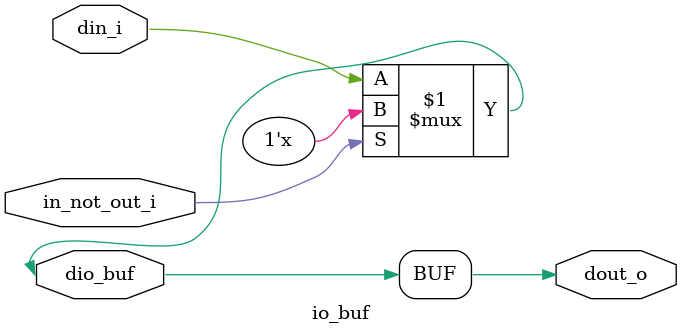
<source format=v>
/*
 *  SPDX-FileCopyrightText: 2015 Clifford Wolf
 *  PicoSoC - A simple example SoC using PicoRV32
 *
 *  Copyright (C) 2017  Clifford Wolf <clifford@clifford.at>
 *
 *  Permission to use, copy, modify, and/or distribute this software for any
 *  purpose with or without fee is hereby granted, provided that the above
 *  copyright notice and this permission notice appear in all copies.
 *
 *  THE SOFTWARE IS PROVIDED "AS IS" AND THE AUTHOR DISCLAIMS ALL WARRANTIES
 *  WITH REGARD TO THIS SOFTWARE INCLUDING ALL IMPLIED WARRANTIES OF
 *  MERCHANTABILITY AND FITNESS. IN NO EVENT SHALL THE AUTHOR BE LIABLE FOR
 *  ANY SPECIAL, DIRECT, INDIRECT, OR CONSEQUENTIAL DAMAGES OR ANY DAMAGES
 *  WHATSOEVER RESULTING FROM LOSS OF USE, DATA OR PROFITS, WHETHER IN AN
 *  ACTION OF CONTRACT, NEGLIGENCE OR OTHER TORTIOUS ACTION, ARISING OUT OF
 *  OR IN CONNECTION WITH THE USE OR PERFORMANCE OF THIS SOFTWARE.
 *
 *  Revision 1,  July 2019:  Added signals to drive flash_clk and flash_csb
 *  output enable (inverted), tied to reset so that the flash is completely
 *  isolated from the processor when the processor is in reset.
 *
 *  Also: Made ram_wenb a 4-bit bus so that the memory access can be made
 *  byte-wide for byte-wide instructions.
 *
 *  SPDX-License-Identifier: ISC
 */


`default_nettype none

/* Wrapper module around management SoC core for pin compatibility	*/
/* with the Caravel harness chip. */	

module mgmt_soc_hk (
`ifdef USE_POWER_PINS
    inout VPWR,	    /* 1.8V domain */
    inout VGND,
`endif
    // Clock and reset
    input wire clk,
    input wire RST,

    // GPIO (one pin)
    inout wire gpio_inout_pad,	// Connect to gpio pad


    // Flash memory control (SPI master)
    output wire flash_csb,
    output wire flash_clk,

    inout wire flash_io0_dio,
    inout wire flash_io1_dio,
    inout wire flash_io2_dio,
    inout wire flash_io3_dio
  
);

    wire gpio_out_pad;	// Connect to out on gpio pad
    wire  gpio_in_pad;		// Connect to in on gpio pad
    wire gpio_mode0_pad;	// Connect to dm[0] on gpio pad
    wire gpio_mode1_pad;	// Connect to dm[2] on gpio pad
    wire gpio_outenb_pad;	// Connect to oe_n on gpio pad
    wire gpio_inenb_pad;	// Connect to inp_dis on gpio pad

    wire flash_io0_do;
    wire flash_io1_do;
    wire flash_io2_do;
    wire flash_io3_do;

    wire flash_io0_di;
    wire flash_io1_di;
    wire flash_io2_di;
    wire flash_io3_di;

    wire flash_io0_oeb;
    wire flash_io1_oeb;
    wire flash_io2_oeb;
    wire flash_io3_oeb;

    // Exported Wishbone Bus (processor facing)
    wire mprj_iena_wb;
    wire mprj_cyc_o_core;
    wire mprj_stb_o_core;
    wire mprj_we_o_core;
    wire [3:0] mprj_sel_o_core;
    wire [31:0] mprj_adr_o_core;
    wire [31:0] mprj_dat_o_core;
    wire mprj_ack_i_core;
    wire [31:0] mprj_dat_i_core;

    // Flash SPI communication (management SoC to housekeeping)
    wire flash_clk_core,     flash_csb_core;
    wire flash_clk_oeb_core, flash_csb_oeb_core;
    wire flash_clk_ieb_core, flash_csb_ieb_core;
    wire flash_io0_oeb_core, flash_io1_oeb_core;
    wire flash_io2_oeb_core, flash_io3_oeb_core;
    wire flash_io0_ieb_core, flash_io1_ieb_core;
    wire flash_io2_ieb_core, flash_io3_ieb_core;
    wire flash_io0_do_core,  flash_io1_do_core;
    wire flash_io2_do_core,  flash_io3_do_core;
    wire flash_io0_di_core,  flash_io1_di_core;
    wire flash_io2_di_core,  flash_io3_di_core;

    // Module status
    wire qspi_enabled;
    wire uart_enabled;
    wire spi_enabled;
    wire debug_mode;

    // Module I/O
    wire ser_tx;
    wire ser_rx;
    wire spi_csb;
    wire spi_sck;
    wire spi_sdo;
    wire spi_sdoenb;
    wire spi_sdi;
    

    // Trap state from CPU
    wire trap;

    wire debug_in;
    wire debug_out;
    wire debug_oeb;

    wire [31:0] hk_dat_i;
    wire hk_ack_i;
    wire hk_stb_o;
    wire hk_cyc_o;

    // SRAM read-only access from houskeeping
    wire 	hkspi_sram_clk;
    wire 	hkspi_sram_csb;
    wire [7:0]	hkspi_sram_addr;
    wire [31:0]	hkspi_sram_data;

    wire rstn;
    reset_sync rst_sync (.clk(clk), .rst_n(~RST), .rst_sync_n(rstn));
    io_buf #(
        .WIDTH(1)
    ) gpio_bidir (
        .dio_buf(gpio_inout_pad),
        .din_i(gpio_out_pad),
        .dout_o(gpio_in_pad),
        .in_not_out_i(gpio_inenb_pad)
    );

    io_buf #(
        .WIDTH(1)
    ) flash_bidir_0 (
        .dio_buf(flash_io0_dio),
        .din_i(flash_io0_do),
        .dout_o(flash_io0_di),
        .in_not_out_i(flash_io0_oeb)
    );

    io_buf #(
        .WIDTH(1)
    ) flash_bidir_1 (
        .dio_buf(flash_io1_dio),
        .din_i(flash_io1_do),
        .dout_o(flash_io1_di),
        .in_not_out_i(flash_io1_oeb)
    );

    io_buf #(
        .WIDTH(1)
    ) flash_bidir_2 (
        .dio_buf(flash_io2_dio),
        .din_i(flash_io2_do),
        .dout_o(flash_io2_di),
        .in_not_out_i(flash_io2_oeb)
    );

    io_buf #(
        .WIDTH(1)
    ) flash_bidir_3 (
        .dio_buf(flash_io3_dio),
        .din_i(flash_io3_do),
        .dout_o(flash_io3_di),
        .in_not_out_i(flash_io3_oeb)
    );

mgmt_core_wrapper soc (
	`ifdef USE_POWER_PINS
		.VPWR		  (VDD1V8),
		.VGND		  (VSS),
	`endif
		.core_clk(clk),
    	.core_rstn(rstn),

    	.gpio_out_pad(gpio_out_pad),		
    	.gpio_in_pad(gpio_in_pad),		
    	.gpio_mode0_pad(gpio_mode0_pad),	
    	.gpio_mode1_pad(gpio_mode1_pad),	
    	.gpio_outenb_pad(gpio_outenb_pad),	
    	.gpio_inenb_pad(gpio_inenb_pad),

		.la_input(),			
        .la_output(),			
        .la_oenb(),			
        .la_iena(),

		// Primary SPI flash controller
        .flash_csb(flash_csb_core),
        .flash_clk(flash_clk_core),
        .flash_io0_oeb(flash_io0_oeb_core),
        .flash_io0_di(flash_io0_di_core),
        .flash_io0_do(flash_io0_do_core),
        .flash_io1_oeb(flash_io1_oeb_core),
        .flash_io1_di(flash_io1_di_core),
        .flash_io1_do(flash_io1_do_core),
        .flash_io2_oeb(flash_io2_oeb_core),
        .flash_io2_di(flash_io2_di_core),
        .flash_io2_do(flash_io2_do_core),
        .flash_io3_oeb(flash_io3_oeb_core),
        .flash_io3_di(flash_io3_di_core),
        .flash_io3_do(flash_io3_do_core),

        // Exported Wishbone Bus
        .mprj_wb_iena(mprj_iena_wb),
        .mprj_cyc_o(mprj_cyc_o_core),
        .mprj_stb_o(mprj_stb_o_core),
        .mprj_we_o(mprj_we_o_core),
        .mprj_sel_o(mprj_sel_o_core),
        .mprj_adr_o(mprj_adr_o_core),
        .mprj_dat_o(mprj_dat_o_core),
        .mprj_ack_i(mprj_ack_i_core),
        .mprj_dat_i(mprj_dat_i_core),

        .hk_stb_o(hk_stb_o),
        .hk_cyc_o(hk_cyc_o),
        .hk_dat_i(hk_dat_i),
        .hk_ack_i(hk_ack_i),

        .irq(6'b0),
        .user_irq_ena(),

        .qspi_enabled(qspi_enabled),
        .uart_enabled(uart_enabled),
        .spi_enabled(spi_enabled),
        .debug_mode(debug_mode),

		.ser_tx(ser_tx),
    	.ser_rx(ser_rx),
    	.spi_csb(spi_csb),
    	.spi_sck(spi_sck),
    	.spi_sdo(spi_sdo),
    	.spi_sdoenb(spi_sdoenb),
    	.spi_sdi(spi_sdi),
        .debug_in(debug_in),
    	.debug_out(debug_out),
    	.debug_oeb(debug_oeb),

        // SRAM Read-only access from housekeeping
        .sram_ro_clk(hkspi_sram_clk),
        .sram_ro_csb(hkspi_sram_csb),
        .sram_ro_addr(hkspi_sram_addr),
        .sram_ro_data(hkspi_sram_data),

        .trap(trap)        
	);

    housekeeping housekeeping (
    `ifdef USE_POWER_PINS
		.VPWR(vccd_core),
		.VGND(vssd_core),
    `endif

        .wb_clk_i(clk),
        .wb_rstn_i(rstn),

        .wb_adr_i(mprj_adr_o_core),
        .wb_dat_i(mprj_dat_o_core),
        .wb_sel_i(mprj_sel_o_core),
        .wb_we_i(mprj_we_o_core),
        .wb_cyc_i(hk_cyc_o),
        .wb_stb_i(hk_stb_o),
        .wb_ack_o(hk_ack_i),
        .wb_dat_o(hk_dat_i),

        .porb(rstn),

        .pll_ena(),
        .pll_dco_ena(),
        .pll_div(),
        .pll_sel(),
        .pll90_sel(),
        .pll_trim(),
        .pll_bypass(),

	.qspi_enabled(qspi_enabled),
	.uart_enabled(uart_enabled),
	.spi_enabled(spi_enabled),
	.debug_mode(debug_mode),

	.ser_tx(ser_tx),
	.ser_rx(ser_rx),

	.spi_sdi(spi_sdi),
	.spi_csb(spi_csb),
	.spi_sck(spi_sck),
	.spi_sdo(spi_sdo),
	.spi_sdoenb(spi_sdoenb),

	.debug_in(debug_in),
	.debug_out(debug_out),
	.debug_oeb(debug_oeb),

        .irq(),
        .reset(),
    /*
        .serial_clock(mprj_io_loader_clock),
        .serial_load(mprj_io_loader_strobe),
        .serial_resetn(mprj_io_loader_resetn),
        .serial_data_1(mprj_io_loader_data_1),
        .serial_data_2(mprj_io_loader_data_2),

	.mgmt_gpio_in(mgmt_io_in),
	.mgmt_gpio_out({mgmt_io_out[4:2], mgmt_io_in[`MPRJ_IO_PADS-4:2],
			mgmt_io_out[1:0]}),
	.mgmt_gpio_oeb({mgmt_io_oeb[4:2], mgmt_io_nc[`MPRJ_IO_PADS-6:0],
			mgmt_io_oeb[1:0]}), */

	.pwr_ctrl_out(),	/* Not used in this version */

        .trap(trap),

	.user_clock(),

        .mask_rev_in(),

	.spimemio_flash_csb(flash_csb_core),
	.spimemio_flash_clk(flash_clk_core),
	.spimemio_flash_io0_oeb(flash_io0_oeb_core),
	.spimemio_flash_io1_oeb(flash_io1_oeb_core),
	.spimemio_flash_io2_oeb(flash_io2_oeb_core),
	.spimemio_flash_io3_oeb(flash_io3_oeb_core),
	.spimemio_flash_io0_do(flash_io0_do_core),
	.spimemio_flash_io1_do(flash_io1_do_core),
	.spimemio_flash_io2_do(flash_io2_do_core),
	.spimemio_flash_io3_do(flash_io3_do_core),
	.spimemio_flash_io0_di(flash_io0_di_core),
	.spimemio_flash_io1_di(flash_io1_di_core),
	.spimemio_flash_io2_di(flash_io2_di_core),
	.spimemio_flash_io3_di(flash_io3_di_core),

	.pad_flash_csb(flash_csb),
	.pad_flash_csb_oeb(),
	.pad_flash_clk(flash_clk),
	.pad_flash_clk_oeb(),
	.pad_flash_io0_oeb(flash_io0_oeb),
	.pad_flash_io1_oeb(flash_io1_oeb),
	.pad_flash_io0_ieb(),
	.pad_flash_io1_ieb(),
	.pad_flash_io0_do(flash_io0_do),
	.pad_flash_io1_do(flash_io1_do),
	.pad_flash_io0_di(flash_io0_di),
	.pad_flash_io1_di(flash_io1_di),

	.sram_ro_clk(hkspi_sram_clk),
	.sram_ro_csb(hkspi_sram_csb),
	.sram_ro_addr(hkspi_sram_addr),
	.sram_ro_data(hkspi_sram_data),

	.usr1_vcc_pwrgood(),
	.usr2_vcc_pwrgood(),
	.usr1_vdd_pwrgood(),
	.usr2_vdd_pwrgood()
    );



endmodule
`default_nettype wire

module io_buf #(parameter WIDTH=1) (
    inout  wire [WIDTH-1:0] dio_buf,
    input  wire [WIDTH-1:0] din_i,
    output wire [WIDTH-1:0] dout_o,
    input  wire [WIDTH-1:0] in_not_out_i         // high: input, low: output
);

//`ifdef USE_IO_BUF_BEH
    assign dout_o  = dio_buf;
    generate
        genvar i;
        for (i=0; i<WIDTH; i=i+1)
            assign dio_buf[i] = in_not_out_i[i] ? 1'bz : din_i[i];
    endgenerate
/*`else
    IOBUF io_data [WIDTH-1:0] (
        .O (dout_o),        // data from the pad to the fabric
        .IO(dio_buf),       // connects to the pad
        .I (din_i),         // data from the fabric to tha pad
        .T (in_not_out_i)   // when 1 puts the IO pin in tri-state
    );
`endif*/
endmodule
</source>
